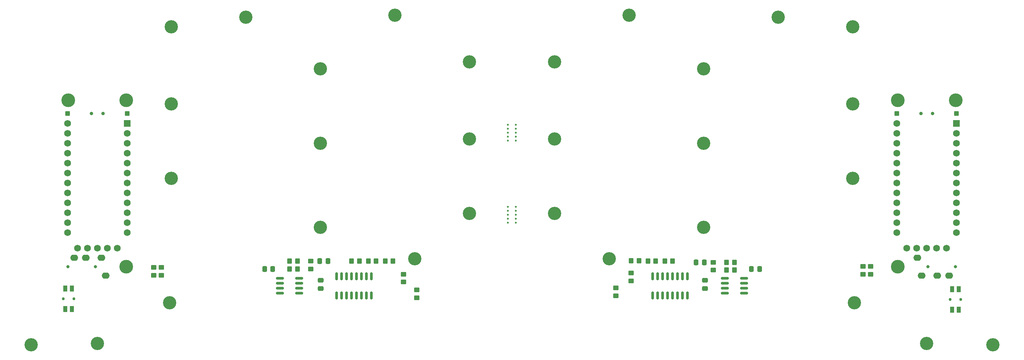
<source format=gts>
%TF.GenerationSoftware,KiCad,Pcbnew,7.0.7-2.fc38*%
%TF.CreationDate,2023-10-05T15:26:06+05:30*%
%TF.ProjectId,tako,74616b6f-2e6b-4696-9361-645f70636258,rev?*%
%TF.SameCoordinates,Original*%
%TF.FileFunction,Soldermask,Top*%
%TF.FilePolarity,Negative*%
%FSLAX46Y46*%
G04 Gerber Fmt 4.6, Leading zero omitted, Abs format (unit mm)*
G04 Created by KiCad (PCBNEW 7.0.7-2.fc38) date 2023-10-05 15:26:06*
%MOMM*%
%LPD*%
G01*
G04 APERTURE LIST*
G04 Aperture macros list*
%AMRoundRect*
0 Rectangle with rounded corners*
0 $1 Rounding radius*
0 $2 $3 $4 $5 $6 $7 $8 $9 X,Y pos of 4 corners*
0 Add a 4 corners polygon primitive as box body*
4,1,4,$2,$3,$4,$5,$6,$7,$8,$9,$2,$3,0*
0 Add four circle primitives for the rounded corners*
1,1,$1+$1,$2,$3*
1,1,$1+$1,$4,$5*
1,1,$1+$1,$6,$7*
1,1,$1+$1,$8,$9*
0 Add four rect primitives between the rounded corners*
20,1,$1+$1,$2,$3,$4,$5,0*
20,1,$1+$1,$4,$5,$6,$7,0*
20,1,$1+$1,$6,$7,$8,$9,0*
20,1,$1+$1,$8,$9,$2,$3,0*%
G04 Aperture macros list end*
%ADD10RoundRect,0.312500X-0.312500X-0.312500X0.312500X-0.312500X0.312500X0.312500X-0.312500X0.312500X0*%
%ADD11C,3.400000*%
%ADD12RoundRect,0.250000X0.350000X0.450000X-0.350000X0.450000X-0.350000X-0.450000X0.350000X-0.450000X0*%
%ADD13RoundRect,0.250000X0.337500X0.475000X-0.337500X0.475000X-0.337500X-0.475000X0.337500X-0.475000X0*%
%ADD14RoundRect,0.250000X-0.450000X0.350000X-0.450000X-0.350000X0.450000X-0.350000X0.450000X0.350000X0*%
%ADD15RoundRect,0.250000X-0.350000X-0.450000X0.350000X-0.450000X0.350000X0.450000X-0.350000X0.450000X0*%
%ADD16C,0.750000*%
%ADD17R,1.000000X1.550000*%
%ADD18RoundRect,0.150000X0.825000X0.150000X-0.825000X0.150000X-0.825000X-0.150000X0.825000X-0.150000X0*%
%ADD19C,0.500000*%
%ADD20RoundRect,0.150000X-0.825000X-0.150000X0.825000X-0.150000X0.825000X0.150000X-0.825000X0.150000X0*%
%ADD21C,3.500000*%
%ADD22RoundRect,0.250000X0.450000X-0.350000X0.450000X0.350000X-0.450000X0.350000X-0.450000X-0.350000X0*%
%ADD23RoundRect,0.250000X0.475000X-0.337500X0.475000X0.337500X-0.475000X0.337500X-0.475000X-0.337500X0*%
%ADD24RoundRect,0.250000X-0.337500X-0.475000X0.337500X-0.475000X0.337500X0.475000X-0.337500X0.475000X0*%
%ADD25C,0.800000*%
%ADD26O,2.000000X1.600000*%
%ADD27RoundRect,0.150000X0.150000X-0.825000X0.150000X0.825000X-0.150000X0.825000X-0.150000X-0.825000X0*%
%ADD28RoundRect,0.312500X0.312500X0.312500X-0.312500X0.312500X-0.312500X-0.312500X0.312500X-0.312500X0*%
%ADD29C,1.752600*%
%ADD30RoundRect,0.150000X-0.150000X0.825000X-0.150000X-0.825000X0.150000X-0.825000X0.150000X0.825000X0*%
%ADD31C,0.900000*%
%ADD32R,1.752600X1.752600*%
G04 APERTURE END LIST*
D10*
%TO.C,BAT_HOLE-101*%
X38155480Y-57819423D03*
%TD*%
D11*
%TO.C,H103*%
X140906339Y-83435489D03*
%TD*%
D12*
%TO.C,JP101*%
X96923373Y-95592136D03*
X94923373Y-95592136D03*
%TD*%
D13*
%TO.C,C3*%
X215026049Y-97598989D03*
X212951049Y-97598989D03*
%TD*%
D11*
%TO.C,H1*%
X162639543Y-44666058D03*
%TD*%
D14*
%TO.C,R12*%
X243439963Y-96966057D03*
X243439963Y-98966057D03*
%TD*%
D15*
%TO.C,R107*%
X110741405Y-95592136D03*
X112741405Y-95592136D03*
%TD*%
D11*
%TO.C,H102*%
X140906350Y-64385490D03*
%TD*%
D16*
%TO.C,RSW1*%
X266490971Y-105420627D03*
X263740971Y-105420627D03*
D17*
X265965971Y-102795627D03*
X265965971Y-108045627D03*
X264265971Y-102795627D03*
X264265971Y-108045627D03*
%TD*%
D18*
%TO.C,U103*%
X97398371Y-103842135D03*
X97398371Y-102572135D03*
X97398371Y-101302135D03*
X97398371Y-100032135D03*
X92448371Y-100032135D03*
X92448371Y-101302135D03*
X92448371Y-102572135D03*
X92448371Y-103842135D03*
%TD*%
D11*
%TO.C,H18*%
X45829990Y-116671093D03*
%TD*%
D15*
%TO.C,R109*%
X115057340Y-95592136D03*
X117057340Y-95592136D03*
%TD*%
D19*
%TO.C,mouse-bite-2mm-slot*%
X150753549Y-60678491D03*
X150753549Y-61694491D03*
X150753549Y-62710491D03*
X150753549Y-63726491D03*
X150753549Y-64742491D03*
X152785549Y-60678491D03*
X152785549Y-61694491D03*
X152785549Y-62710491D03*
X152785549Y-63726491D03*
X152785549Y-64742491D03*
%TD*%
D12*
%TO.C,R7*%
X192804486Y-95592133D03*
X190804486Y-95592133D03*
%TD*%
D20*
%TO.C,U3*%
X206147514Y-100032135D03*
X206147514Y-101302135D03*
X206147514Y-102572135D03*
X206147514Y-103842135D03*
X211097514Y-103842135D03*
X211097514Y-102572135D03*
X211097514Y-101302135D03*
X211097514Y-100032135D03*
%TD*%
D10*
%TO.C,BAT_HOLE+1*%
X250116908Y-57819421D03*
%TD*%
D11*
%TO.C,H9*%
X219789549Y-33166058D03*
%TD*%
%TO.C,H110*%
X64706339Y-35666056D03*
%TD*%
D21*
%TO.C,H115*%
X53181889Y-54480531D03*
%TD*%
D11*
%TO.C,H108*%
X102806338Y-86959989D03*
%TD*%
%TO.C,H10*%
X238839551Y-35666058D03*
%TD*%
D21*
%TO.C,H17*%
X250364002Y-97039421D03*
%TD*%
D22*
%TO.C,R105*%
X127410896Y-104957579D03*
X127410896Y-102957579D03*
%TD*%
D12*
%TO.C,R110*%
X96923372Y-97592136D03*
X94923372Y-97592136D03*
%TD*%
D23*
%TO.C,C102*%
X102839547Y-102579634D03*
X102839547Y-100504634D03*
%TD*%
D11*
%TO.C,H105*%
X126906338Y-94960499D03*
%TD*%
%TO.C,H13*%
X239297894Y-106243092D03*
%TD*%
%TO.C,H2*%
X162639541Y-64385492D03*
%TD*%
%TO.C,H112*%
X64706342Y-74434994D03*
%TD*%
%TO.C,H5*%
X176639550Y-94960499D03*
%TD*%
D24*
%TO.C,C1*%
X198822514Y-95898991D03*
X200897514Y-95898991D03*
%TD*%
D15*
%TO.C,R108*%
X119373278Y-95592134D03*
X121373278Y-95592134D03*
%TD*%
D11*
%TO.C,H113*%
X64247990Y-106243093D03*
%TD*%
D21*
%TO.C,H116*%
X38400564Y-54480077D03*
%TD*%
D11*
%TO.C,H104*%
X121856340Y-32666056D03*
%TD*%
%TO.C,H107*%
X102806347Y-65434996D03*
%TD*%
D22*
%TO.C,R9*%
X182238550Y-100648990D03*
X182238550Y-98648990D03*
%TD*%
D21*
%TO.C,H15*%
X250364001Y-54480531D03*
%TD*%
D12*
%TO.C,R6*%
X184238547Y-95542492D03*
X182238547Y-95542492D03*
%TD*%
D25*
%TO.C,J1*%
X265065975Y-97039423D03*
X258065975Y-97039423D03*
D26*
X255365975Y-94739423D03*
X263465975Y-99339423D03*
X260465975Y-99339423D03*
X256465975Y-99339423D03*
%TD*%
D23*
%TO.C,C2*%
X201122517Y-102579991D03*
X201122517Y-100504991D03*
%TD*%
D12*
%TO.C,R5*%
X188488548Y-95592136D03*
X186488548Y-95592136D03*
%TD*%
D11*
%TO.C,H14*%
X274694073Y-117014750D03*
%TD*%
%TO.C,H114*%
X28851834Y-117014598D03*
%TD*%
D21*
%TO.C,H117*%
X53181888Y-97039423D03*
%TD*%
D15*
%TO.C,R10*%
X206622514Y-97898990D03*
X208622514Y-97898990D03*
%TD*%
D11*
%TO.C,H12*%
X238839549Y-74434995D03*
%TD*%
D22*
%TO.C,R111*%
X100323371Y-97592137D03*
X100323371Y-95592137D03*
%TD*%
D11*
%TO.C,H6*%
X200739542Y-46384998D03*
%TD*%
D19*
%TO.C,mouse-bite-2mm-slot*%
X150753551Y-81678492D03*
X150753551Y-82694492D03*
X150753551Y-83710492D03*
X150753551Y-84726492D03*
X150753551Y-85742492D03*
X152785551Y-81678492D03*
X152785551Y-82694492D03*
X152785551Y-83710492D03*
X152785551Y-84726492D03*
X152785551Y-85742492D03*
%TD*%
D22*
%TO.C,R8*%
X178304486Y-104459424D03*
X178304486Y-102459424D03*
%TD*%
D11*
%TO.C,H101*%
X140906345Y-44666058D03*
%TD*%
D27*
%TO.C,U2*%
X187677517Y-104412137D03*
X188947517Y-104412137D03*
X190217517Y-104412137D03*
X191487517Y-104412137D03*
X192757517Y-104412137D03*
X194027517Y-104412137D03*
X195297517Y-104412137D03*
X196567517Y-104412137D03*
X196567517Y-99462137D03*
X195297517Y-99462137D03*
X194027517Y-99462137D03*
X192757517Y-99462137D03*
X191487517Y-99462137D03*
X190217517Y-99462137D03*
X188947517Y-99462137D03*
X187677517Y-99462137D03*
%TD*%
D15*
%TO.C,JP1*%
X206622517Y-95898992D03*
X208622517Y-95898992D03*
%TD*%
D28*
%TO.C,BAT_HOLE+101*%
X53428978Y-57819423D03*
%TD*%
D11*
%TO.C,H4*%
X181689545Y-32666057D03*
%TD*%
%TO.C,H11*%
X238839549Y-55384995D03*
%TD*%
D29*
%TO.C,DISP1*%
X252674330Y-92332635D03*
X255214330Y-92332635D03*
X257754330Y-92332635D03*
X260294330Y-92332635D03*
X262834330Y-92332635D03*
%TD*%
%TO.C,DISP101*%
X40711557Y-92332635D03*
X43251557Y-92332635D03*
X45791557Y-92332635D03*
X48331557Y-92332635D03*
X50871557Y-92332635D03*
%TD*%
D13*
%TO.C,C101*%
X104723370Y-95592135D03*
X102648370Y-95592135D03*
%TD*%
D11*
%TO.C,H109*%
X83756337Y-33166058D03*
%TD*%
D21*
%TO.C,H16*%
X265145326Y-54480079D03*
%TD*%
D11*
%TO.C,H7*%
X200739541Y-65434995D03*
%TD*%
D28*
%TO.C,BAT_HOLE-1*%
X265390409Y-57819423D03*
%TD*%
D24*
%TO.C,C103*%
X88552047Y-97592135D03*
X90627047Y-97592135D03*
%TD*%
D25*
%TO.C,J101*%
X38262468Y-97030596D03*
X45262468Y-97030596D03*
D26*
X47962468Y-99330596D03*
X39862468Y-94730596D03*
X42862468Y-94730596D03*
X46862468Y-94730596D03*
%TD*%
D16*
%TO.C,RSW101*%
X37062468Y-105230596D03*
X39812468Y-105230596D03*
D17*
X37587468Y-107855596D03*
X37587468Y-102605596D03*
X39287468Y-107855596D03*
X39287468Y-102605596D03*
%TD*%
D11*
%TO.C,H111*%
X64706336Y-55384996D03*
%TD*%
D30*
%TO.C,U102*%
X115868373Y-99462136D03*
X114598373Y-99462136D03*
X113328373Y-99462136D03*
X112058373Y-99462136D03*
X110788373Y-99462136D03*
X109518373Y-99462136D03*
X108248373Y-99462136D03*
X106978373Y-99462136D03*
X106978373Y-104412136D03*
X108248373Y-104412136D03*
X109518373Y-104412136D03*
X110788373Y-104412136D03*
X112058373Y-104412136D03*
X113328373Y-104412136D03*
X114598373Y-104412136D03*
X115868373Y-104412136D03*
%TD*%
D22*
%TO.C,R11*%
X203222517Y-97898990D03*
X203222517Y-95898990D03*
%TD*%
%TO.C,R106*%
X124060895Y-100957580D03*
X124060895Y-98957580D03*
%TD*%
D11*
%TO.C,H3*%
X162639550Y-83435488D03*
%TD*%
D14*
%TO.C,R4*%
X241489549Y-96959989D03*
X241489549Y-98959989D03*
%TD*%
D11*
%TO.C,H19*%
X257715972Y-116670626D03*
%TD*%
D14*
%TO.C,R104*%
X62158122Y-97216057D03*
X62158122Y-99216057D03*
%TD*%
%TO.C,R112*%
X60189965Y-97216057D03*
X60189965Y-99216057D03*
%TD*%
D11*
%TO.C,H8*%
X200739548Y-86959992D03*
%TD*%
%TO.C,H106*%
X102806346Y-46384994D03*
%TD*%
D31*
%TO.C,PSW1*%
X256254580Y-57812138D03*
X259254580Y-57812138D03*
%TD*%
%TO.C,PSW101*%
X44291307Y-57812135D03*
X47291307Y-57812135D03*
%TD*%
D32*
%TO.C,U1*%
X265374575Y-60373659D03*
D29*
X265374575Y-62913659D03*
X265374575Y-65453659D03*
X265374575Y-67993659D03*
X265374575Y-70533659D03*
X265374575Y-73073659D03*
X265374575Y-75613659D03*
X265374575Y-78153659D03*
X265374575Y-80693659D03*
X265374575Y-83233659D03*
X265374575Y-85773659D03*
X265374575Y-88313659D03*
X250134575Y-88313659D03*
X250134575Y-85773659D03*
X250134575Y-83233659D03*
X250134575Y-80693659D03*
X250134575Y-78153659D03*
X250134575Y-75613659D03*
X250134575Y-73073659D03*
X250134575Y-70533659D03*
X250134575Y-67993659D03*
X250134575Y-65453659D03*
X250134575Y-62913659D03*
X250134575Y-60373659D03*
%TD*%
D32*
%TO.C,U101*%
X53411311Y-60373658D03*
D29*
X53411311Y-62913658D03*
X53411311Y-65453658D03*
X53411311Y-67993658D03*
X53411311Y-70533658D03*
X53411311Y-73073658D03*
X53411311Y-75613658D03*
X53411311Y-78153658D03*
X53411311Y-80693658D03*
X53411311Y-83233658D03*
X53411311Y-85773658D03*
X53411311Y-88313658D03*
X38171311Y-88313658D03*
X38171311Y-85773658D03*
X38171311Y-83233658D03*
X38171311Y-80693658D03*
X38171311Y-78153658D03*
X38171311Y-75613658D03*
X38171311Y-73073658D03*
X38171311Y-70533658D03*
X38171311Y-67993658D03*
X38171311Y-65453658D03*
X38171311Y-62913658D03*
X38171311Y-60373658D03*
%TD*%
M02*

</source>
